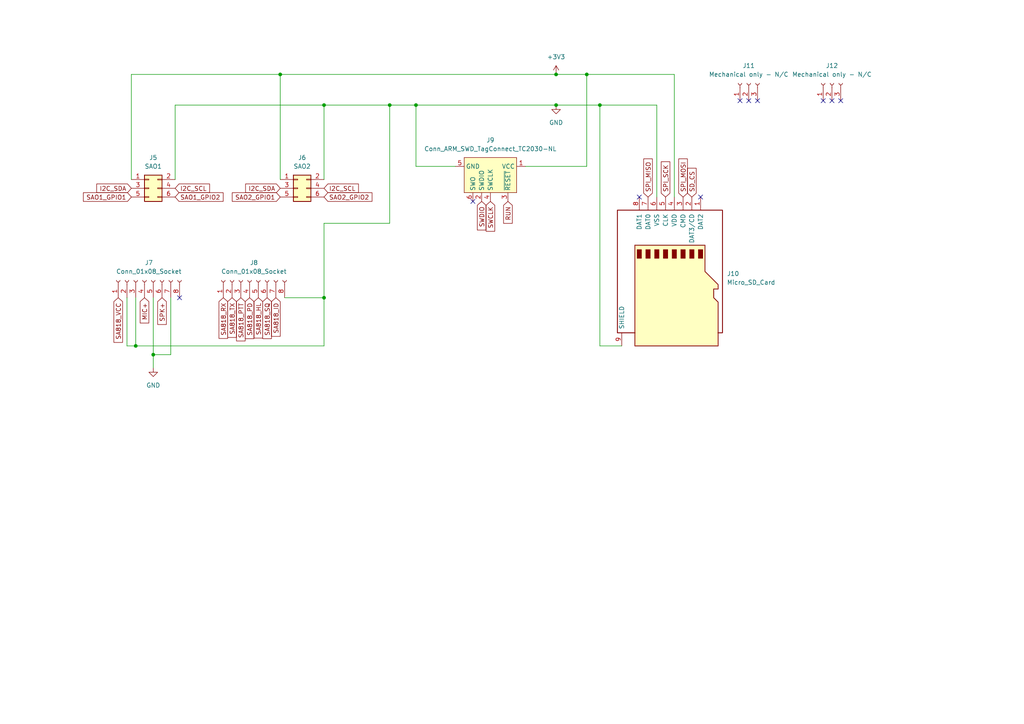
<source format=kicad_sch>
(kicad_sch (version 20250114) (generator "eeschema") (generator_version "9.0")
  (paper "A4")
  (title_block (title "Connectors Schematic") (date "2026-02-15") (rev "0.1") (company "HRV DEFCON SSTV Badge"))
  (lib_symbols
    (symbol "Connector:Conn_01x03_Socket" (pin_names (offset 1.016) (hide yes))
      (property "Reference" "J" (at 0 5.08 0))
      (property "Value" "Conn_01x03_Socket" (at 0 -5.08 0))
      (symbol "Conn_01x03_Socket_1_1"
        (polyline (pts (xy -1.27 2.54) (xy -0.508 2.54)) (stroke (width 0.1524)))
        (polyline (pts (xy -1.27 0) (xy -0.508 0)) (stroke (width 0.1524)))
        (polyline (pts (xy -1.27 -2.54) (xy -0.508 -2.54)) (stroke (width 0.1524)))
        (arc (start 0 2.032) (mid -0.5058 2.54) (end 0 3.048) (stroke (width 0.1524)))
        (arc (start 0 -0.508) (mid -0.5058 0) (end 0 0.508) (stroke (width 0.1524)))
        (arc (start 0 -3.048) (mid -0.5058 -2.54) (end 0 -2.032) (stroke (width 0.1524)))
        (pin passive line (at -5.08 2.54 0) (length 3.81) (name "Pin_1") (number "1"))
        (pin passive line (at -5.08 0 0) (length 3.81) (name "Pin_2") (number "2"))
        (pin passive line (at -5.08 -2.54 0) (length 3.81) (name "Pin_3") (number "3"))
      )
    )
    (symbol "Connector:Conn_01x08_Socket" (pin_names (offset 1.016) (hide yes))
      (property "Reference" "J" (at 0 10.16 0))
      (property "Value" "Conn_01x08_Socket" (at 0 -12.7 0))
      (symbol "Conn_01x08_Socket_1_1"
        (polyline (pts (xy -1.27 7.62) (xy -0.508 7.62)) (stroke (width 0.1524)))
        (polyline (pts (xy -1.27 5.08) (xy -0.508 5.08)) (stroke (width 0.1524)))
        (polyline (pts (xy -1.27 2.54) (xy -0.508 2.54)) (stroke (width 0.1524)))
        (polyline (pts (xy -1.27 0) (xy -0.508 0)) (stroke (width 0.1524)))
        (polyline (pts (xy -1.27 -2.54) (xy -0.508 -2.54)) (stroke (width 0.1524)))
        (polyline (pts (xy -1.27 -5.08) (xy -0.508 -5.08)) (stroke (width 0.1524)))
        (polyline (pts (xy -1.27 -7.62) (xy -0.508 -7.62)) (stroke (width 0.1524)))
        (polyline (pts (xy -1.27 -10.16) (xy -0.508 -10.16)) (stroke (width 0.1524)))
        (arc (start 0 7.112) (mid -0.5058 7.62) (end 0 8.128) (stroke (width 0.1524)))
        (arc (start 0 4.572) (mid -0.5058 5.08) (end 0 5.588) (stroke (width 0.1524)))
        (arc (start 0 2.032) (mid -0.5058 2.54) (end 0 3.048) (stroke (width 0.1524)))
        (arc (start 0 -0.508) (mid -0.5058 0) (end 0 0.508) (stroke (width 0.1524)))
        (arc (start 0 -3.048) (mid -0.5058 -2.54) (end 0 -2.032) (stroke (width 0.1524)))
        (arc (start 0 -5.588) (mid -0.5058 -5.08) (end 0 -4.572) (stroke (width 0.1524)))
        (arc (start 0 -8.128) (mid -0.5058 -7.62) (end 0 -7.112) (stroke (width 0.1524)))
        (arc (start 0 -10.668) (mid -0.5058 -10.16) (end 0 -9.652) (stroke (width 0.1524)))
        (pin passive line (at -5.08 7.62 0) (length 3.81) (name "Pin_1") (number "1"))
        (pin passive line (at -5.08 5.08 0) (length 3.81) (name "Pin_2") (number "2"))
        (pin passive line (at -5.08 2.54 0) (length 3.81) (name "Pin_3") (number "3"))
        (pin passive line (at -5.08 0 0) (length 3.81) (name "Pin_4") (number "4"))
        (pin passive line (at -5.08 -2.54 0) (length 3.81) (name "Pin_5") (number "5"))
        (pin passive line (at -5.08 -5.08 0) (length 3.81) (name "Pin_6") (number "6"))
        (pin passive line (at -5.08 -7.62 0) (length 3.81) (name "Pin_7") (number "7"))
        (pin passive line (at -5.08 -10.16 0) (length 3.81) (name "Pin_8") (number "8"))
      )
    )
    (symbol "Connector:Conn_ARM_SWD_TagConnect_TC2030-NL" (in_bom no)
      (property "Reference" "J" (at 2.54 11.43 0))
      (property "Value" "Conn_ARM_SWD_TagConnect_TC2030-NL" (at 2.54 8.89 0))
      (symbol "Conn_ARM_SWD_TagConnect_TC2030-NL_0_0"
        (pin power_in line (at -2.54 10.16 270) (length 2.54) (name "VCC") (number "1"))
        (pin power_in line (at -2.54 -10.16 90) (length 2.54) (name "GND") (number "5"))
        (pin open_collector line (at 7.62 5.08 180) (length 2.54) (name "~{RESET}") (number "3"))
        (pin output line (at 7.62 0 180) (length 2.54) (name "SWCLK") (number "4"))
        (pin bidirectional line (at 7.62 -2.54 180) (length 2.54) (name "SWDIO") (number "2"))
        (pin input line (at 7.62 -5.08 180) (length 2.54) (name "SWO") (number "6"))
      )
      (symbol "Conn_ARM_SWD_TagConnect_TC2030-NL_0_1"
        (rectangle (start -5.08 7.62) (end 5.08 -7.62) (fill (type background)))
      )
    )
    (symbol "Connector:Micro_SD_Card" (pin_names (offset 1.016))
      (property "Reference" "J" (at -16.51 15.24 0))
      (property "Value" "Micro_SD_Card" (at 16.51 15.24 0))
      (symbol "Micro_SD_Card_0_1"
        (polyline (pts (xy -8.89 -11.43) (xy -8.89 8.89) (xy -1.27 8.89) (xy 2.54 12.7) (xy 3.81 12.7) (xy 3.81 11.43) (xy 6.35 11.43) (xy 7.62 12.7) (xy 20.32 12.7) (xy 20.32 -11.43) (xy -8.89 -11.43)) (stroke (width 0.254)) (fill (type background)))
        (rectangle (start -7.62 8.255) (end -5.08 6.985) (fill (type outline)))
        (rectangle (start -7.62 5.715) (end -5.08 4.445) (fill (type outline)))
        (rectangle (start -7.62 3.175) (end -5.08 1.905) (fill (type outline)))
        (rectangle (start -7.62 0.635) (end -5.08 -0.635) (fill (type outline)))
        (rectangle (start -7.62 -1.905) (end -5.08 -3.175) (fill (type outline)))
        (rectangle (start -7.62 -4.445) (end -5.08 -5.715) (fill (type outline)))
        (rectangle (start -7.62 -6.985) (end -5.08 -8.255) (fill (type outline)))
        (rectangle (start -7.62 -9.525) (end -5.08 -10.795) (fill (type outline)))
        (polyline (pts (xy 16.51 12.7) (xy 16.51 13.97) (xy -19.05 13.97) (xy -19.05 -16.51) (xy 16.51 -16.51) (xy 16.51 -11.43)) (stroke (width 0.254)))
      )
      (symbol "Micro_SD_Card_1_1"
        (pin bidirectional line (at -22.86 7.62 0) (length 3.81) (name "DAT2") (number "1"))
        (pin bidirectional line (at -22.86 5.08 0) (length 3.81) (name "DAT3/CD") (number "2"))
        (pin input line (at -22.86 2.54 0) (length 3.81) (name "CMD") (number "3"))
        (pin power_in line (at -22.86 0 0) (length 3.81) (name "VDD") (number "4"))
        (pin input line (at -22.86 -2.54 0) (length 3.81) (name "CLK") (number "5"))
        (pin power_in line (at -22.86 -5.08 0) (length 3.81) (name "VSS") (number "6"))
        (pin bidirectional line (at -22.86 -7.62 0) (length 3.81) (name "DAT0") (number "7"))
        (pin bidirectional line (at -22.86 -10.16 0) (length 3.81) (name "DAT1") (number "8"))
        (pin passive line (at 20.32 -15.24 180) (length 3.81) (name "SHIELD") (number "9"))
      )
    )
    (symbol "Connector_Generic:Conn_02x03_Odd_Even" (pin_names (offset 1.016) (hide yes))
      (property "Reference" "J" (at 1.27 5.08 0))
      (property "Value" "Conn_02x03_Odd_Even" (at 1.27 -5.08 0))
      (symbol "Conn_02x03_Odd_Even_1_1"
        (rectangle (start -1.27 3.81) (end 3.81 -3.81) (stroke (width 0.254)) (fill (type background)))
        (rectangle (start -1.27 2.667) (end 0 2.413) (stroke (width 0.1524)))
        (rectangle (start -1.27 0.127) (end 0 -0.127) (stroke (width 0.1524)))
        (rectangle (start -1.27 -2.413) (end 0 -2.667) (stroke (width 0.1524)))
        (rectangle (start 3.81 2.667) (end 2.54 2.413) (stroke (width 0.1524)))
        (rectangle (start 3.81 0.127) (end 2.54 -0.127) (stroke (width 0.1524)))
        (rectangle (start 3.81 -2.413) (end 2.54 -2.667) (stroke (width 0.1524)))
        (pin passive line (at -5.08 2.54 0) (length 3.81) (name "Pin_1") (number "1"))
        (pin passive line (at -5.08 0 0) (length 3.81) (name "Pin_3") (number "3"))
        (pin passive line (at -5.08 -2.54 0) (length 3.81) (name "Pin_5") (number "5"))
        (pin passive line (at 7.62 2.54 180) (length 3.81) (name "Pin_2") (number "2"))
        (pin passive line (at 7.62 0 180) (length 3.81) (name "Pin_4") (number "4"))
        (pin passive line (at 7.62 -2.54 180) (length 3.81) (name "Pin_6") (number "6"))
      )
    )
    (symbol "power:+3V3" (power) (pin_numbers (hide yes)) (pin_names (offset 0) (hide yes))
      (property "Value" "+3V3" (at 0 3.556 0))
      (symbol "+3V3_0_1"
        (polyline (pts (xy -0.762 1.27) (xy 0 2.54)))
        (polyline (pts (xy 0 2.54) (xy 0.762 1.27)))
        (polyline (pts (xy 0 0) (xy 0 2.54)))
      )
      (symbol "+3V3_1_1"
        (pin power_in line (at 0 0 90) (length 0) (name "~") (number "1"))
      )
    )
    (symbol "power:GND" (power) (pin_numbers (hide yes)) (pin_names (offset 0) (hide yes))
      (property "Value" "GND" (at 0 -3.81 0))
      (symbol "GND_0_1"
        (polyline (pts (xy 0 0) (xy 0 -1.27) (xy 1.27 -1.27) (xy 0 -2.54) (xy -1.27 -1.27) (xy 0 -1.27)))
      )
      (symbol "GND_1_1"
        (pin power_in line (at 0 0 270) (length 0) (name "~") (number "1"))
      )
    )
  )
  (junction (at 120.65 30.48))
  (junction (at 93.98 86.36))
  (junction (at 81.28 21.59))
  (junction (at 161.29 21.59))
  (junction (at 113.03 30.48))
  (junction (at 173.99 30.48))
  (junction (at 39.37 100.33))
  (junction (at 170.18 21.59))
  (junction (at 161.29 30.48))
  (junction (at 44.45 102.87))
  (junction (at 93.98 30.48))
  (no_connect (at 214.63 29.21))
  (no_connect (at 217.17 29.21))
  (no_connect (at 243.84 29.21))
  (no_connect (at 137.16 58.42))
  (no_connect (at 241.3 29.21))
  (no_connect (at 238.76 29.21))
  (no_connect (at 203.2 57.15))
  (no_connect (at 52.07 86.36))
  (no_connect (at 185.42 57.15))
  (no_connect (at 219.71 29.21))
  (wire (pts (xy 152.4 48.26) (xy 170.18 48.26)))
  (wire (pts (xy 44.45 102.87) (xy 44.45 86.36)))
  (wire (pts (xy 93.98 100.33) (xy 93.98 86.36)))
  (wire (pts (xy 161.29 21.59) (xy 170.18 21.59)))
  (wire (pts (xy 81.28 21.59) (xy 81.28 52.07)))
  (wire (pts (xy 36.83 86.36) (xy 36.83 100.33)))
  (wire (pts (xy 113.03 30.48) (xy 113.03 64.77)))
  (wire (pts (xy 93.98 30.48) (xy 93.98 52.07)))
  (wire (pts (xy 50.8 30.48) (xy 93.98 30.48)))
  (wire (pts (xy 170.18 48.26) (xy 170.18 21.59)))
  (wire (pts (xy 93.98 30.48) (xy 113.03 30.48)))
  (wire (pts (xy 173.99 100.33) (xy 173.99 30.48)))
  (wire (pts (xy 49.53 102.87) (xy 44.45 102.87)))
  (wire (pts (xy 132.08 48.26) (xy 120.65 48.26)))
  (wire (pts (xy 38.1 21.59) (xy 81.28 21.59)))
  (wire (pts (xy 49.53 86.36) (xy 49.53 102.87)))
  (wire (pts (xy 190.5 30.48) (xy 190.5 57.15)))
  (wire (pts (xy 173.99 30.48) (xy 190.5 30.48)))
  (wire (pts (xy 44.45 106.68) (xy 44.45 102.87)))
  (wire (pts (xy 120.65 48.26) (xy 120.65 30.48)))
  (wire (pts (xy 39.37 86.36) (xy 39.37 100.33)))
  (wire (pts (xy 81.28 21.59) (xy 161.29 21.59)))
  (wire (pts (xy 82.55 86.36) (xy 93.98 86.36)))
  (wire (pts (xy 113.03 30.48) (xy 120.65 30.48)))
  (wire (pts (xy 93.98 86.36) (xy 93.98 64.77)))
  (wire (pts (xy 161.29 30.48) (xy 173.99 30.48)))
  (wire (pts (xy 39.37 100.33) (xy 93.98 100.33)))
  (wire (pts (xy 38.1 52.07) (xy 38.1 21.59)))
  (wire (pts (xy 180.34 100.33) (xy 173.99 100.33)))
  (wire (pts (xy 195.58 57.15) (xy 195.58 21.59)))
  (wire (pts (xy 36.83 100.33) (xy 39.37 100.33)))
  (wire (pts (xy 120.65 30.48) (xy 161.29 30.48)))
  (wire (pts (xy 195.58 21.59) (xy 170.18 21.59)))
  (wire (pts (xy 93.98 64.77) (xy 113.03 64.77)))
  (wire (pts (xy 50.8 52.07) (xy 50.8 30.48)))
  (global_label "SA818_ID" (shape input) (at 80.01 86.36 270) (property "Intersheetrefs" "${INTERSHEET_REFS}" (effects (hide yes))))
  (global_label "SAO2_GPIO2" (shape input) (at 93.98 57.15 0) (property "Intersheetrefs" "${INTERSHEET_REFS}" (effects (hide yes))))
  (global_label "SPI_MISO" (shape input) (at 187.96 57.15 90) (property "Intersheetrefs" "${INTERSHEET_REFS}" (effects (hide yes))))
  (global_label "SPI_MOSI" (shape input) (at 198.12 57.15 90) (property "Intersheetrefs" "${INTERSHEET_REFS}" (effects (hide yes))))
  (global_label "SA818_HL" (shape input) (at 74.93 86.36 270) (property "Intersheetrefs" "${INTERSHEET_REFS}" (effects (hide yes))))
  (global_label "I2C_SCL" (shape input) (at 93.98 54.61 0) (property "Intersheetrefs" "${INTERSHEET_REFS}" (effects (hide yes))))
  (global_label "SA818_VCC" (shape input) (at 34.29 86.36 270) (property "Intersheetrefs" "${INTERSHEET_REFS}" (effects (hide yes))))
  (global_label "RUN" (shape input) (at 147.32 58.42 270) (property "Intersheetrefs" "${INTERSHEET_REFS}" (effects (hide yes))))
  (global_label "SPK+" (shape input) (at 46.99 86.36 270) (property "Intersheetrefs" "${INTERSHEET_REFS}" (effects (hide yes))))
  (global_label "SWDIO" (shape input) (at 139.7 58.42 270) (property "Intersheetrefs" "${INTERSHEET_REFS}" (effects (hide yes))))
  (global_label "I2C_SDA" (shape input) (at 38.1 54.61 180) (property "Intersheetrefs" "${INTERSHEET_REFS}" (effects (hide yes))))
  (global_label "SA818_PTT" (shape input) (at 69.85 86.36 270) (property "Intersheetrefs" "${INTERSHEET_REFS}" (effects (hide yes))))
  (global_label "SD_CS" (shape input) (at 200.66 57.15 90) (property "Intersheetrefs" "${INTERSHEET_REFS}" (effects (hide yes))))
  (global_label "SA818_RX" (shape input) (at 64.77 86.36 270) (property "Intersheetrefs" "${INTERSHEET_REFS}" (effects (hide yes))))
  (global_label "SA818_SQ" (shape input) (at 77.47 86.36 270) (property "Intersheetrefs" "${INTERSHEET_REFS}" (effects (hide yes))))
  (global_label "SAO2_GPIO1" (shape input) (at 81.28 57.15 180) (property "Intersheetrefs" "${INTERSHEET_REFS}" (effects (hide yes))))
  (global_label "SPI_SCK" (shape input) (at 193.04 57.15 90) (property "Intersheetrefs" "${INTERSHEET_REFS}" (effects (hide yes))))
  (global_label "SAO1_GPIO2" (shape input) (at 50.8 57.15 0) (property "Intersheetrefs" "${INTERSHEET_REFS}" (effects (hide yes))))
  (global_label "I2C_SCL" (shape input) (at 50.8 54.61 0) (property "Intersheetrefs" "${INTERSHEET_REFS}" (effects (hide yes))))
  (global_label "SWCLK" (shape input) (at 142.24 58.42 270) (property "Intersheetrefs" "${INTERSHEET_REFS}" (effects (hide yes))))
  (global_label "SAO1_GPIO1" (shape input) (at 38.1 57.15 180) (property "Intersheetrefs" "${INTERSHEET_REFS}" (effects (hide yes))))
  (global_label "MIC+" (shape input) (at 41.91 86.36 270) (property "Intersheetrefs" "${INTERSHEET_REFS}" (effects (hide yes))))
  (global_label "SA818_PD" (shape input) (at 72.39 86.36 270) (property "Intersheetrefs" "${INTERSHEET_REFS}" (effects (hide yes))))
  (global_label "SA818_TX" (shape input) (at 67.31 86.36 270) (property "Intersheetrefs" "${INTERSHEET_REFS}" (effects (hide yes))))
  (global_label "I2C_SDA" (shape input) (at 81.28 54.61 180) (property "Intersheetrefs" "${INTERSHEET_REFS}" (effects (hide yes))))
  (symbol (lib_id "Connector_Generic:Conn_02x03_Odd_Even") (at 43.18 54.61 0) (unit 1)
    (property "Reference" "J5" (at 44.45 45.72 0))
    (property "Value" "SAO1" (at 44.45 48.26 0))
    (property "Description" "Generic connector, double row, 02x03, odd/even pin numbering scheme (row 1 odd numbers, row 2 even numbers), script generated (kicad-library-utils/schlib/autogen/connector/)" (effects (hide yes)))
  )
  (symbol (lib_id "power:GND") (at 44.45 106.68 0) (unit 1)
    (property "Reference" "#PWR014" (effects (hide yes)))
    (property "Value" "GND" (at 44.45 111.76 0))
    (property "Description" "Power symbol creates a global label with name \"GND\" , ground" (effects (hide yes)))
  )
  (symbol (lib_id "Connector:Conn_01x08_Socket") (at 41.91 81.28 90) (unit 1)
    (property "Reference" "J7" (at 43.18 76.2 90))
    (property "Value" "Conn_01x08_Socket" (at 43.18 78.74 90))
    (property "Description" "Generic connector, single row, 01x08, script generated" (effects (hide yes)))
  )
  (symbol (lib_id "power:GND") (at 161.29 30.48 0) (unit 1)
    (property "Reference" "#PWR012" (effects (hide yes)))
    (property "Value" "GND" (at 161.29 35.56 0))
    (property "Description" "Power symbol creates a global label with name \"GND\" , ground" (effects (hide yes)))
  )
  (symbol (lib_id "Connector_Generic:Conn_02x03_Odd_Even") (at 86.36 54.61 0) (unit 1)
    (property "Reference" "J6" (at 87.63 45.72 0))
    (property "Value" "SAO2" (at 87.63 48.26 0))
    (property "Description" "Generic connector, double row, 02x03, odd/even pin numbering scheme (row 1 odd numbers, row 2 even numbers), script generated (kicad-library-utils/schlib/autogen/connector/)" (effects (hide yes)))
  )
  (symbol (lib_id "Connector:Conn_ARM_SWD_TagConnect_TC2030-NL") (at 142.24 50.8 270) (unit 1) (in_bom no)
    (property "Reference" "J9" (at 142.24 40.64 90))
    (property "Value" "Conn_ARM_SWD_TagConnect_TC2030-NL" (at 142.24 43.18 90))
    (property "Footprint" "Connector:Tag-Connect_TC2030-IDC-NL_2x03_P1.27mm_Vertical" (effects (hide yes)))
    (property "Datasheet" "https://www.tag-connect.com/wp-content/uploads/bsk-pdf-manager/TC2030-CTX_1.pdf" (effects (hide yes)))
    (property "Description" "Tag-Connect ARM Cortex SWD JTAG connector, 6 pin, no legs" (effects (hide yes)))
  )
  (symbol (lib_id "Connector:Conn_01x08_Socket") (at 72.39 81.28 90) (unit 1)
    (property "Reference" "J8" (at 73.66 76.2 90))
    (property "Value" "Conn_01x08_Socket" (at 73.66 78.74 90))
    (property "Description" "Generic connector, single row, 01x08, script generated" (effects (hide yes)))
  )
  (symbol (lib_id "Connector:Conn_01x03_Socket") (at 217.17 24.13 90) (unit 1)
    (property "Reference" "J11" (at 217.17 19.05 90))
    (property "Value" "Mechanical only - N/C" (at 217.17 21.59 90))
    (property "Description" "Generic connector, single row, 01x03, script generated" (effects (hide yes)))
  )
  (symbol (lib_id "power:+3V3") (at 161.29 21.59 0) (unit 1)
    (property "Reference" "#PWR011" (effects (hide yes)))
    (property "Value" "+3V3" (at 161.29 16.51 0))
    (property "Description" "Power symbol creates a global label with name \"+3V3\"" (effects (hide yes)))
  )
  (symbol (lib_id "Connector:Micro_SD_Card") (at 195.58 80.01 270) (unit 1)
    (property "Reference" "J10" (at 210.82 79.3749 90) (effects (justify left)))
    (property "Value" "Micro_SD_Card" (at 210.82 81.9149 90) (effects (justify left)))
    (property "Datasheet" "https://www.we-online.com/components/products/datasheet/693072010801.pdf" (effects (hide yes)))
    (property "Description" "Micro SD Card Socket" (effects (hide yes)))
  )
  (symbol (lib_id "Connector:Conn_01x03_Socket") (at 241.3 24.13 90) (unit 1)
    (property "Reference" "J12" (at 241.3 19.05 90))
    (property "Value" "Mechanical only - N/C" (at 241.3 21.59 90))
    (property "Description" "Generic connector, single row, 01x03, script generated" (effects (hide yes)))
  )
)
</source>
